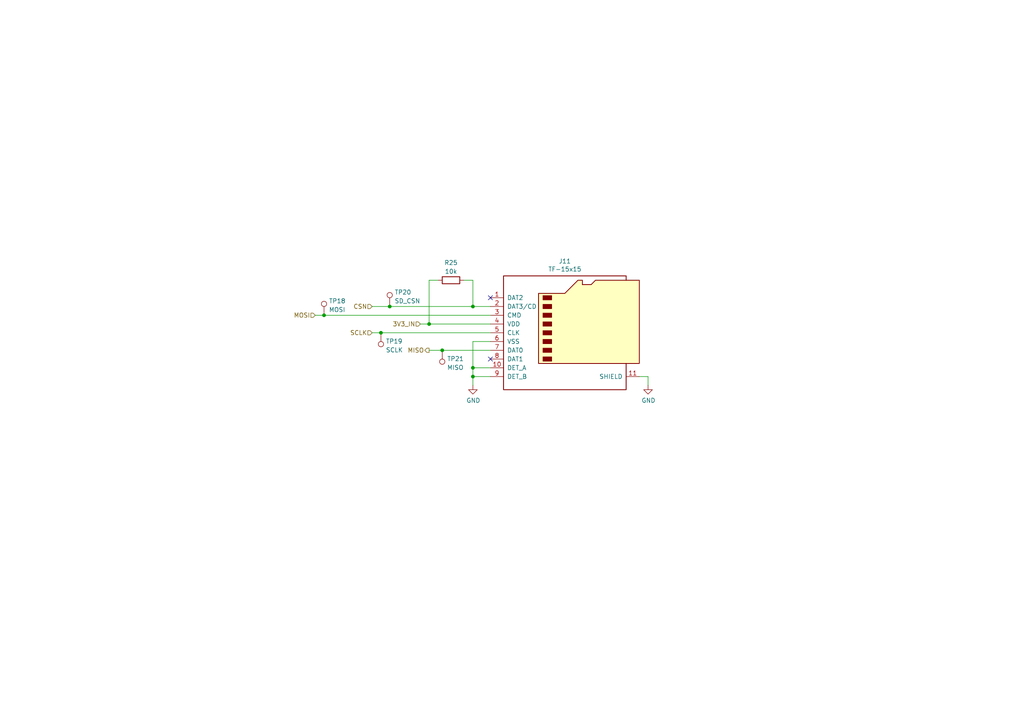
<source format=kicad_sch>
(kicad_sch (version 20211123) (generator eeschema)
  (paper "A4")
  (title_block (title "CO2 Chamber - SD Card") (date "2022-06-21") (rev "2"))
  (lib_symbols
    (symbol "Connector:Micro_SD_Card_Det" (pin_names (offset 1.016))
      (property "Reference" "J" (at -16.51 17.78 0))
      (property "Value" "Micro_SD_Card_Det" (at 16.51 17.78 0))
      (symbol "Micro_SD_Card_Det_0_1"
        (rectangle (start -7.62 -6.985) (end -5.08 -8.255) (fill (type outline)))
        (rectangle (start -7.62 -4.445) (end -5.08 -5.715) (fill (type outline)))
        (rectangle (start -7.62 -1.905) (end -5.08 -3.175) (fill (type outline)))
        (rectangle (start -7.62 0.635) (end -5.08 -0.635) (fill (type outline)))
        (rectangle (start -7.62 3.175) (end -5.08 1.905) (fill (type outline)))
        (rectangle (start -7.62 5.715) (end -5.08 4.445) (fill (type outline)))
        (rectangle (start -7.62 8.255) (end -5.08 6.985) (fill (type outline)))
        (rectangle (start -7.62 10.795) (end -5.08 9.525) (fill (type outline)))
        (polyline (pts (xy 16.51 15.24) (xy 16.51 16.51) (xy -19.05 16.51) (xy -19.05 -16.51) (xy 16.51 -16.51) (xy 16.51 -8.89)) (stroke (width 0.254)))
        (polyline (pts (xy -8.89 -8.89) (xy -8.89 11.43) (xy -1.27 11.43) (xy 2.54 15.24) (xy 3.81 15.24) (xy 3.81 13.97) (xy 6.35 13.97) (xy 7.62 15.24) (xy 20.32 15.24) (xy 20.32 -8.89) (xy -8.89 -8.89)) (stroke (width 0.254)) (fill (type background)))
      )
      (symbol "Micro_SD_Card_Det_1_1"
        (pin bidirectional line (at -22.86 10.16 0) (length 3.81) (name "DAT2") (number "1"))
        (pin passive line (at -22.86 -10.16 0) (length 3.81) (name "DET_A") (number "10"))
        (pin passive line (at 20.32 -12.7 180) (length 3.81) (name "SHIELD") (number "11"))
        (pin bidirectional line (at -22.86 7.62 0) (length 3.81) (name "DAT3/CD") (number "2"))
        (pin input line (at -22.86 5.08 0) (length 3.81) (name "CMD") (number "3"))
        (pin power_in line (at -22.86 2.54 0) (length 3.81) (name "VDD") (number "4"))
        (pin input line (at -22.86 0 0) (length 3.81) (name "CLK") (number "5"))
        (pin power_in line (at -22.86 -2.54 0) (length 3.81) (name "VSS") (number "6"))
        (pin bidirectional line (at -22.86 -5.08 0) (length 3.81) (name "DAT0") (number "7"))
        (pin bidirectional line (at -22.86 -7.62 0) (length 3.81) (name "DAT1") (number "8"))
        (pin passive line (at -22.86 -12.7 0) (length 3.81) (name "DET_B") (number "9"))
      )
    )
    (symbol "Connector:TestPoint" (pin_numbers hide) (pin_names (offset 0.762) hide)
      (property "Reference" "TP" (at 0 6.858 0))
      (property "Value" "TestPoint" (at 0 5.08 0))
      (symbol "TestPoint_0_1"
        (circle (center 0 3.302) (radius 0.762))
      )
      (symbol "TestPoint_1_1"
        (pin passive line (at 0 0 90) (length 2.54) (name "1") (number "1"))
      )
    )
    (symbol "Device:R" (pin_numbers hide) (pin_names (offset 0))
      (property "Reference" "R" (at 2.032 0 90))
      (property "Value" "R" (at 0 0 90))
      (symbol "R_0_1"
        (rectangle (start -1.016 -2.54) (end 1.016 2.54) (stroke (width 0.254)))
      )
      (symbol "R_1_1"
        (pin passive line (at 0 3.81 270) (length 1.27) (name "~") (number "1"))
        (pin passive line (at 0 -3.81 90) (length 1.27) (name "~") (number "2"))
      )
    )
    (symbol "power:GND" (power) (pin_names (offset 0))
      (property "Value" "GND" (at 0 -3.81 0))
      (symbol "GND_0_1"
        (polyline (pts (xy 0 0) (xy 0 -1.27) (xy 1.27 -1.27) (xy 0 -2.54) (xy -1.27 -1.27) (xy 0 -1.27)))
      )
      (symbol "GND_1_1"
        (pin power_in line (at 0 0 270) (length 0) hide (name "GND") (number "1"))
      )
    )
  )
  (junction (at 137.16 88.9))
  (junction (at 137.16 106.68))
  (junction (at 110.49 96.52))
  (junction (at 128.27 101.6))
  (junction (at 113.03 88.9))
  (junction (at 93.98 91.44))
  (junction (at 124.46 93.98))
  (junction (at 137.16 109.22))
  (no_connect (at 142.24 86.36))
  (no_connect (at 142.24 104.14))
  (wire (pts (xy 124.46 93.98) (xy 142.24 93.98)))
  (wire (pts (xy 137.16 88.9) (xy 142.24 88.9)))
  (wire (pts (xy 110.49 96.52) (xy 142.24 96.52)))
  (wire (pts (xy 127 81.28) (xy 124.46 81.28)))
  (wire (pts (xy 121.92 93.98) (xy 124.46 93.98)))
  (wire (pts (xy 137.16 99.06) (xy 137.16 106.68)))
  (wire (pts (xy 137.16 81.28) (xy 137.16 88.9)))
  (wire (pts (xy 124.46 101.6) (xy 128.27 101.6)))
  (wire (pts (xy 137.16 106.68) (xy 137.16 109.22)))
  (wire (pts (xy 142.24 99.06) (xy 137.16 99.06)))
  (wire (pts (xy 142.24 109.22) (xy 137.16 109.22)))
  (wire (pts (xy 107.95 96.52) (xy 110.49 96.52)))
  (wire (pts (xy 128.27 101.6) (xy 142.24 101.6)))
  (wire (pts (xy 124.46 81.28) (xy 124.46 93.98)))
  (wire (pts (xy 142.24 106.68) (xy 137.16 106.68)))
  (wire (pts (xy 93.98 91.44) (xy 142.24 91.44)))
  (wire (pts (xy 187.96 109.22) (xy 187.96 111.76)))
  (wire (pts (xy 113.03 88.9) (xy 137.16 88.9)))
  (wire (pts (xy 185.42 109.22) (xy 187.96 109.22)))
  (wire (pts (xy 91.44 91.44) (xy 93.98 91.44)))
  (wire (pts (xy 107.95 88.9) (xy 113.03 88.9)))
  (wire (pts (xy 137.16 109.22) (xy 137.16 111.76)))
  (wire (pts (xy 137.16 81.28) (xy 134.62 81.28)))
  (hierarchical_label "SCLK" (shape input) (at 107.95 96.52 180))
  (hierarchical_label "MOSI" (shape input) (at 91.44 91.44 180))
  (hierarchical_label "MISO" (shape output) (at 124.46 101.6 180))
  (hierarchical_label "3V3_IN" (shape input) (at 121.92 93.98 180))
  (hierarchical_label "CSN" (shape input) (at 107.95 88.9 180))
  (symbol (lib_id "power:GND") (at 137.16 111.76 0) (unit 1)
    (property "Reference" "#PWR065" (effects hide))
    (property "Value" "GND" (at 137.287 116.1542 0))
  )
  (symbol (lib_id "power:GND") (at 187.96 111.76 0) (unit 1)
    (property "Reference" "#PWR066" (effects hide))
    (property "Value" "GND" (at 188.087 116.1542 0))
  )
  (symbol (lib_id "Connector:Micro_SD_Card_Det") (at 165.1 96.52 0) (unit 1)
    (property "Reference" "J11" (at 163.83 75.7682 0))
    (property "Value" "TF-15x15" (at 163.83 78.0796 0))
    (property "Footprint" "co2_sensor_node:TF-15x15" (effects hide))
    (property "Datasheet" "https://datasheet.lcsc.com/szlcsc/2009111836_SOFNG-TF-15x15_C111196.pdf" (effects hide))
    (property "LCSC" "C111196" (effects hide))
  )
  (symbol (lib_id "Connector:TestPoint") (at 93.98 91.44 0) (unit 1)
    (property "Reference" "TP18" (at 95.377 87.3033 0) (effects (justify left)))
    (property "Value" "MOSI" (at 95.377 89.8402 0) (effects (justify left)))
    (property "Footprint" "TestPoint:TestPoint_Loop_D2.50mm_Drill1.0mm_LowProfile" (effects hide))
  )
  (symbol (lib_id "Device:R") (at 130.81 81.28 90) (unit 1)
    (property "Reference" "R25" (at 130.81 76.2 90))
    (property "Value" "10k" (at 130.81 78.74 90))
    (property "Footprint" "Resistor_SMD:R_0603_1608Metric" (effects hide))
    (property "LCSC" "C25804" (effects hide))
  )
  (symbol (lib_id "Connector:TestPoint") (at 113.03 88.9 0) (unit 1)
    (property "Reference" "TP20" (at 114.427 84.7633 0) (effects (justify left)))
    (property "Value" "SD_CSN" (at 114.427 87.3002 0) (effects (justify left)))
    (property "Footprint" "TestPoint:TestPoint_Loop_D2.50mm_Drill1.0mm_LowProfile" (effects hide))
  )
  (symbol (lib_id "Connector:TestPoint") (at 128.27 101.6 180) (unit 1)
    (property "Reference" "TP21" (at 129.667 104.0673 0) (effects (justify right)))
    (property "Value" "MISO" (at 129.667 106.6042 0) (effects (justify right)))
    (property "Footprint" "TestPoint:TestPoint_Loop_D2.50mm_Drill1.0mm_LowProfile" (effects hide))
  )
  (symbol (lib_id "Connector:TestPoint") (at 110.49 96.52 180) (unit 1)
    (property "Reference" "TP19" (at 111.887 98.9873 0) (effects (justify right)))
    (property "Value" "SCLK" (at 111.887 101.5242 0) (effects (justify right)))
    (property "Footprint" "TestPoint:TestPoint_Loop_D2.50mm_Drill1.0mm_LowProfile" (effects hide))
  )
)
</source>
